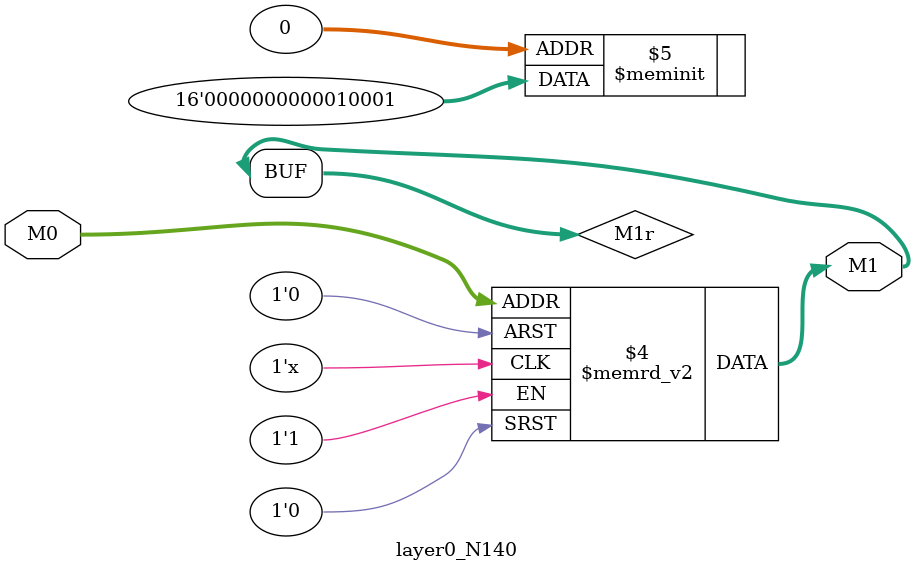
<source format=v>
module layer0_N140 ( input [2:0] M0, output [1:0] M1 );

	(*rom_style = "distributed" *) reg [1:0] M1r;
	assign M1 = M1r;
	always @ (M0) begin
		case (M0)
			3'b000: M1r = 2'b01;
			3'b100: M1r = 2'b00;
			3'b010: M1r = 2'b01;
			3'b110: M1r = 2'b00;
			3'b001: M1r = 2'b00;
			3'b101: M1r = 2'b00;
			3'b011: M1r = 2'b00;
			3'b111: M1r = 2'b00;

		endcase
	end
endmodule

</source>
